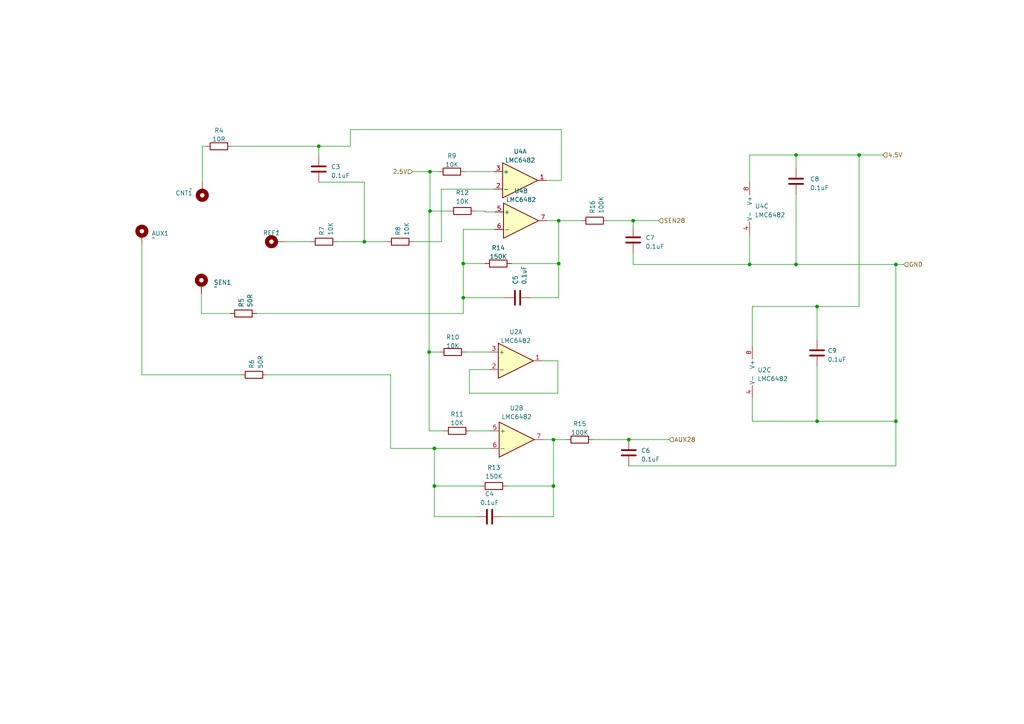
<source format=kicad_sch>
(kicad_sch (version 20230121) (generator eeschema)

  (uuid 0f7c5214-da20-496c-8411-1e4d7b263bc2)

  (paper "A4")

  (lib_symbols
    (symbol "Amplifier_Operational:LMC6482" (pin_names (offset 0.127)) (in_bom yes) (on_board yes)
      (property "Reference" "U" (at 0 5.08 0)
        (effects (font (size 1.27 1.27)) (justify left))
      )
      (property "Value" "LMC6482" (at 0 -5.08 0)
        (effects (font (size 1.27 1.27)) (justify left))
      )
      (property "Footprint" "" (at 0 0 0)
        (effects (font (size 1.27 1.27)) hide)
      )
      (property "Datasheet" "http://www.ti.com/lit/ds/symlink/lmc6482.pdf" (at 0 0 0)
        (effects (font (size 1.27 1.27)) hide)
      )
      (property "ki_locked" "" (at 0 0 0)
        (effects (font (size 1.27 1.27)))
      )
      (property "ki_keywords" "dual opamp" (at 0 0 0)
        (effects (font (size 1.27 1.27)) hide)
      )
      (property "ki_description" "Dual CMOS Rail-to-Rail Input and Output Operational Amplifier, DIP-8/SOIC-8, SSOP-8" (at 0 0 0)
        (effects (font (size 1.27 1.27)) hide)
      )
      (property "ki_fp_filters" "SOIC*3.9x4.9mm*P1.27mm* DIP*W7.62mm* TO*99* OnSemi*Micro8* TSSOP*3x3mm*P0.65mm* TSSOP*4.4x3mm*P0.65mm* MSOP*3x3mm*P0.65mm* SSOP*3.9x4.9mm*P0.635mm* LFCSP*2x2mm*P0.5mm* *SIP* SOIC*5.3x6.2mm*P1.27mm*" (at 0 0 0)
        (effects (font (size 1.27 1.27)) hide)
      )
      (symbol "LMC6482_1_1"
        (polyline
          (pts
            (xy -5.08 5.08)
            (xy 5.08 0)
            (xy -5.08 -5.08)
            (xy -5.08 5.08)
          )
          (stroke (width 0.254) (type default))
          (fill (type background))
        )
        (pin output line (at 7.62 0 180) (length 2.54)
          (name "~" (effects (font (size 1.27 1.27))))
          (number "1" (effects (font (size 1.27 1.27))))
        )
        (pin input line (at -7.62 -2.54 0) (length 2.54)
          (name "-" (effects (font (size 1.27 1.27))))
          (number "2" (effects (font (size 1.27 1.27))))
        )
        (pin input line (at -7.62 2.54 0) (length 2.54)
          (name "+" (effects (font (size 1.27 1.27))))
          (number "3" (effects (font (size 1.27 1.27))))
        )
      )
      (symbol "LMC6482_2_1"
        (polyline
          (pts
            (xy -5.08 5.08)
            (xy 5.08 0)
            (xy -5.08 -5.08)
            (xy -5.08 5.08)
          )
          (stroke (width 0.254) (type default))
          (fill (type background))
        )
        (pin input line (at -7.62 2.54 0) (length 2.54)
          (name "+" (effects (font (size 1.27 1.27))))
          (number "5" (effects (font (size 1.27 1.27))))
        )
        (pin input line (at -7.62 -2.54 0) (length 2.54)
          (name "-" (effects (font (size 1.27 1.27))))
          (number "6" (effects (font (size 1.27 1.27))))
        )
        (pin output line (at 7.62 0 180) (length 2.54)
          (name "~" (effects (font (size 1.27 1.27))))
          (number "7" (effects (font (size 1.27 1.27))))
        )
      )
      (symbol "LMC6482_3_1"
        (pin power_in line (at -2.54 -7.62 90) (length 3.81)
          (name "V-" (effects (font (size 1.27 1.27))))
          (number "4" (effects (font (size 1.27 1.27))))
        )
        (pin power_in line (at -2.54 7.62 270) (length 3.81)
          (name "V+" (effects (font (size 1.27 1.27))))
          (number "8" (effects (font (size 1.27 1.27))))
        )
      )
    )
    (symbol "Device:C" (pin_numbers hide) (pin_names (offset 0.254)) (in_bom yes) (on_board yes)
      (property "Reference" "C" (at 0.635 2.54 0)
        (effects (font (size 1.27 1.27)) (justify left))
      )
      (property "Value" "C" (at 0.635 -2.54 0)
        (effects (font (size 1.27 1.27)) (justify left))
      )
      (property "Footprint" "" (at 0.9652 -3.81 0)
        (effects (font (size 1.27 1.27)) hide)
      )
      (property "Datasheet" "~" (at 0 0 0)
        (effects (font (size 1.27 1.27)) hide)
      )
      (property "ki_keywords" "cap capacitor" (at 0 0 0)
        (effects (font (size 1.27 1.27)) hide)
      )
      (property "ki_description" "Unpolarized capacitor" (at 0 0 0)
        (effects (font (size 1.27 1.27)) hide)
      )
      (property "ki_fp_filters" "C_*" (at 0 0 0)
        (effects (font (size 1.27 1.27)) hide)
      )
      (symbol "C_0_1"
        (polyline
          (pts
            (xy -2.032 -0.762)
            (xy 2.032 -0.762)
          )
          (stroke (width 0.508) (type default))
          (fill (type none))
        )
        (polyline
          (pts
            (xy -2.032 0.762)
            (xy 2.032 0.762)
          )
          (stroke (width 0.508) (type default))
          (fill (type none))
        )
      )
      (symbol "C_1_1"
        (pin passive line (at 0 3.81 270) (length 2.794)
          (name "~" (effects (font (size 1.27 1.27))))
          (number "1" (effects (font (size 1.27 1.27))))
        )
        (pin passive line (at 0 -3.81 90) (length 2.794)
          (name "~" (effects (font (size 1.27 1.27))))
          (number "2" (effects (font (size 1.27 1.27))))
        )
      )
    )
    (symbol "Device:R" (pin_numbers hide) (pin_names (offset 0)) (in_bom yes) (on_board yes)
      (property "Reference" "R" (at 2.032 0 90)
        (effects (font (size 1.27 1.27)))
      )
      (property "Value" "R" (at 0 0 90)
        (effects (font (size 1.27 1.27)))
      )
      (property "Footprint" "" (at -1.778 0 90)
        (effects (font (size 1.27 1.27)) hide)
      )
      (property "Datasheet" "~" (at 0 0 0)
        (effects (font (size 1.27 1.27)) hide)
      )
      (property "ki_keywords" "R res resistor" (at 0 0 0)
        (effects (font (size 1.27 1.27)) hide)
      )
      (property "ki_description" "Resistor" (at 0 0 0)
        (effects (font (size 1.27 1.27)) hide)
      )
      (property "ki_fp_filters" "R_*" (at 0 0 0)
        (effects (font (size 1.27 1.27)) hide)
      )
      (symbol "R_0_1"
        (rectangle (start -1.016 -2.54) (end 1.016 2.54)
          (stroke (width 0.254) (type default))
          (fill (type none))
        )
      )
      (symbol "R_1_1"
        (pin passive line (at 0 3.81 270) (length 1.27)
          (name "~" (effects (font (size 1.27 1.27))))
          (number "1" (effects (font (size 1.27 1.27))))
        )
        (pin passive line (at 0 -3.81 90) (length 1.27)
          (name "~" (effects (font (size 1.27 1.27))))
          (number "2" (effects (font (size 1.27 1.27))))
        )
      )
    )
    (symbol "Mechanical:MountingHole_Pad" (pin_numbers hide) (pin_names (offset 1.016) hide) (in_bom yes) (on_board yes)
      (property "Reference" "H" (at 0 6.35 0)
        (effects (font (size 1.27 1.27)))
      )
      (property "Value" "MountingHole_Pad" (at 0 4.445 0)
        (effects (font (size 1.27 1.27)))
      )
      (property "Footprint" "" (at 0 0 0)
        (effects (font (size 1.27 1.27)) hide)
      )
      (property "Datasheet" "~" (at 0 0 0)
        (effects (font (size 1.27 1.27)) hide)
      )
      (property "ki_keywords" "mounting hole" (at 0 0 0)
        (effects (font (size 1.27 1.27)) hide)
      )
      (property "ki_description" "Mounting Hole with connection" (at 0 0 0)
        (effects (font (size 1.27 1.27)) hide)
      )
      (property "ki_fp_filters" "MountingHole*Pad*" (at 0 0 0)
        (effects (font (size 1.27 1.27)) hide)
      )
      (symbol "MountingHole_Pad_0_1"
        (circle (center 0 1.27) (radius 1.27)
          (stroke (width 1.27) (type default))
          (fill (type none))
        )
      )
      (symbol "MountingHole_Pad_1_1"
        (pin input line (at 0 -2.54 90) (length 2.54)
          (name "1" (effects (font (size 1.27 1.27))))
          (number "1" (effects (font (size 1.27 1.27))))
        )
      )
    )
  )

  (junction (at 134.366 76.454) (diameter 0) (color 0 0 0 0)
    (uuid 08ce01af-7706-4b40-a37b-7ff141335dcc)
  )
  (junction (at 259.842 122.174) (diameter 0) (color 0 0 0 0)
    (uuid 0bb563d2-31aa-4e36-8acf-87fd67e95d84)
  )
  (junction (at 125.984 140.97) (diameter 0) (color 0 0 0 0)
    (uuid 1dd75fef-e065-439e-b630-da640afb93ce)
  )
  (junction (at 162.052 76.454) (diameter 0) (color 0 0 0 0)
    (uuid 2a7a9101-36d3-4617-b329-b459908026cd)
  )
  (junction (at 182.372 127.508) (diameter 0) (color 0 0 0 0)
    (uuid 35cebce1-4ce7-487b-9644-785dbb1b9bde)
  )
  (junction (at 236.982 88.9) (diameter 0) (color 0 0 0 0)
    (uuid 49d48d5c-42d2-4aad-98c8-c8237f563590)
  )
  (junction (at 124.714 49.784) (diameter 0) (color 0 0 0 0)
    (uuid 5d09076a-a40d-4ce0-8c6a-9a8d9acffeb9)
  )
  (junction (at 183.642 64.008) (diameter 0) (color 0 0 0 0)
    (uuid 5d0ab430-0e40-404b-ab53-fb7aff213f7c)
  )
  (junction (at 230.886 44.958) (diameter 0) (color 0 0 0 0)
    (uuid 5f884eca-8a63-426d-9e0d-55dd23f4bf3a)
  )
  (junction (at 105.664 70.104) (diameter 0) (color 0 0 0 0)
    (uuid 63ed7b65-ec74-4d32-a4d5-28f8b2e1e2a1)
  )
  (junction (at 217.424 76.708) (diameter 0) (color 0 0 0 0)
    (uuid 666aa6ed-869c-4d4e-8ffb-8835f5e4d32e)
  )
  (junction (at 124.714 61.214) (diameter 0) (color 0 0 0 0)
    (uuid 85a64fd0-71b4-42d4-ae24-384c9960d330)
  )
  (junction (at 160.528 140.97) (diameter 0) (color 0 0 0 0)
    (uuid 9d5f896a-1992-434c-9e14-c34aa74b8070)
  )
  (junction (at 162.052 64.008) (diameter 0) (color 0 0 0 0)
    (uuid a04aa45c-b74a-4a79-baf5-0ebae330a124)
  )
  (junction (at 160.528 127.508) (diameter 0) (color 0 0 0 0)
    (uuid a3557d3f-632e-4083-a97e-28b5eecb3710)
  )
  (junction (at 124.46 102.108) (diameter 0) (color 0 0 0 0)
    (uuid a5527b7c-be19-4b11-af40-7d9df29aa147)
  )
  (junction (at 134.366 86.36) (diameter 0) (color 0 0 0 0)
    (uuid a6024556-1366-4494-8e58-70e188eaab98)
  )
  (junction (at 92.456 42.418) (diameter 0) (color 0 0 0 0)
    (uuid b79a9e71-f565-4550-bd92-fec367946a02)
  )
  (junction (at 230.886 76.708) (diameter 0) (color 0 0 0 0)
    (uuid b7dac136-3308-4cc6-abb6-9706730f8c3f)
  )
  (junction (at 236.982 122.174) (diameter 0) (color 0 0 0 0)
    (uuid cc7adc9f-66e4-4a3e-8ec3-38e9096fba18)
  )
  (junction (at 259.842 76.708) (diameter 0) (color 0 0 0 0)
    (uuid d9be3111-b38c-405d-9dfd-16679aa12e28)
  )
  (junction (at 249.174 44.958) (diameter 0) (color 0 0 0 0)
    (uuid e3eaf621-3ef2-42f6-bfb5-ecd5bb78e209)
  )
  (junction (at 125.984 130.048) (diameter 0) (color 0 0 0 0)
    (uuid eb1b6536-6980-42b4-8651-4a3c79155514)
  )

  (wire (pts (xy 128.016 54.864) (xy 128.016 70.104))
    (stroke (width 0) (type default))
    (uuid 0208a73d-b7ac-4793-bc09-f5d965bbf1dd)
  )
  (wire (pts (xy 259.842 135.128) (xy 259.842 122.174))
    (stroke (width 0) (type default))
    (uuid 04870808-dbe2-4b1c-88df-0045b2908176)
  )
  (wire (pts (xy 158.496 52.324) (xy 162.814 52.324))
    (stroke (width 0) (type default))
    (uuid 0b824a0f-1693-47c2-acde-7d742a1f5c44)
  )
  (wire (pts (xy 217.424 76.708) (xy 230.886 76.708))
    (stroke (width 0) (type default))
    (uuid 0f089274-e998-4b3a-b4f6-d3373b629904)
  )
  (wire (pts (xy 162.052 64.008) (xy 158.75 64.008))
    (stroke (width 0) (type default))
    (uuid 10141651-faac-4dca-b411-e8f4b16176d4)
  )
  (wire (pts (xy 138.176 149.86) (xy 125.984 149.86))
    (stroke (width 0) (type default))
    (uuid 119dfd11-5f4a-409b-af2b-a49a3acd3401)
  )
  (wire (pts (xy 128.016 70.104) (xy 119.888 70.104))
    (stroke (width 0) (type default))
    (uuid 14091fc5-11f9-442e-9d2d-046b309c77b9)
  )
  (wire (pts (xy 259.842 122.174) (xy 259.842 76.708))
    (stroke (width 0) (type default))
    (uuid 19d19d76-5800-4f5c-8da0-973ab0842f12)
  )
  (wire (pts (xy 157.48 127.508) (xy 160.528 127.508))
    (stroke (width 0) (type default))
    (uuid 1bc9f5da-693d-4965-9f81-af63e2f30a0b)
  )
  (wire (pts (xy 97.79 70.104) (xy 105.664 70.104))
    (stroke (width 0) (type default))
    (uuid 1cbff203-f0b1-43ef-a2a1-5af65d029d6b)
  )
  (wire (pts (xy 259.842 76.708) (xy 262.128 76.708))
    (stroke (width 0) (type default))
    (uuid 1e4ff8f9-68ae-4b4c-9390-5c65c3123a67)
  )
  (wire (pts (xy 162.052 64.008) (xy 162.052 76.454))
    (stroke (width 0) (type default))
    (uuid 1f98a5cb-891e-4a1b-b339-c3d96241dbc9)
  )
  (wire (pts (xy 162.052 86.36) (xy 162.052 76.454))
    (stroke (width 0) (type default))
    (uuid 201bc7a0-7bf2-46e1-9cf5-5cb444e185a6)
  )
  (wire (pts (xy 217.424 44.958) (xy 217.424 52.832))
    (stroke (width 0) (type default))
    (uuid 234f87f6-8adc-46f3-bc4e-eb36f9b3fd6a)
  )
  (wire (pts (xy 162.814 52.324) (xy 162.814 37.592))
    (stroke (width 0) (type default))
    (uuid 2647a510-b0b1-4b71-8324-707ab0a20c27)
  )
  (wire (pts (xy 218.186 100.33) (xy 218.186 88.9))
    (stroke (width 0) (type default))
    (uuid 28e9da81-943f-4189-841e-44d2085d1759)
  )
  (wire (pts (xy 140.716 61.214) (xy 140.716 61.468))
    (stroke (width 0) (type default))
    (uuid 29443e74-f1a1-4b9f-873f-d0fddd707a65)
  )
  (wire (pts (xy 134.874 49.784) (xy 143.256 49.784))
    (stroke (width 0) (type default))
    (uuid 2e67e0d1-13e8-49c8-bde1-957c957b366f)
  )
  (wire (pts (xy 139.446 140.97) (xy 125.984 140.97))
    (stroke (width 0) (type default))
    (uuid 2eb06c30-4957-4597-ae0d-995a588e3933)
  )
  (wire (pts (xy 236.982 106.172) (xy 236.982 122.174))
    (stroke (width 0) (type default))
    (uuid 2eb7cf58-f6e5-4540-a5a5-1546baac666c)
  )
  (wire (pts (xy 160.528 127.508) (xy 164.338 127.508))
    (stroke (width 0) (type default))
    (uuid 31384ce6-d7dd-42f8-86ea-9f444f4d0714)
  )
  (wire (pts (xy 230.886 44.958) (xy 217.424 44.958))
    (stroke (width 0) (type default))
    (uuid 342c1e06-6a18-41f2-9bcd-f080a54d58eb)
  )
  (wire (pts (xy 58.42 90.932) (xy 66.802 90.932))
    (stroke (width 0) (type default))
    (uuid 367ec7ff-20c0-457c-85b5-6a52d8240806)
  )
  (wire (pts (xy 82.55 70.104) (xy 90.17 70.104))
    (stroke (width 0) (type default))
    (uuid 3dbbdddc-b39f-4a49-b90b-4934d177b4fd)
  )
  (wire (pts (xy 183.642 73.406) (xy 183.642 76.708))
    (stroke (width 0) (type default))
    (uuid 413e1fe2-af1f-487b-8aa9-1285a5c8a6b1)
  )
  (wire (pts (xy 124.46 61.214) (xy 124.714 61.214))
    (stroke (width 0) (type default))
    (uuid 46f67ac4-0386-41cb-81fb-88fb1b7c7be2)
  )
  (wire (pts (xy 249.174 44.958) (xy 249.174 88.9))
    (stroke (width 0) (type default))
    (uuid 4c334c9d-73a7-427f-95e9-78aa0bb894c6)
  )
  (wire (pts (xy 183.642 64.008) (xy 183.642 65.786))
    (stroke (width 0) (type default))
    (uuid 502bf568-5f72-4bb0-96db-27bb1573b437)
  )
  (wire (pts (xy 136.144 107.188) (xy 141.986 107.188))
    (stroke (width 0) (type default))
    (uuid 52b49cba-3b9f-4b88-ac6b-f2055b9a35d4)
  )
  (wire (pts (xy 134.366 86.36) (xy 134.366 90.932))
    (stroke (width 0) (type default))
    (uuid 57842a85-6cb2-4b48-ba42-1c1029ea1594)
  )
  (wire (pts (xy 236.982 88.9) (xy 249.174 88.9))
    (stroke (width 0) (type default))
    (uuid 5a033fc0-54d3-4537-8ce9-1d1ae95225a2)
  )
  (wire (pts (xy 140.716 61.468) (xy 143.51 61.468))
    (stroke (width 0) (type default))
    (uuid 5bb81142-0597-44b5-bc85-f303455fb3ed)
  )
  (wire (pts (xy 153.924 86.36) (xy 162.052 86.36))
    (stroke (width 0) (type default))
    (uuid 5cffaf92-1c3c-4411-b7cb-c3b32545a6ae)
  )
  (wire (pts (xy 125.984 130.048) (xy 142.24 130.048))
    (stroke (width 0) (type default))
    (uuid 5f96f324-8f67-4747-99ba-e33f6adbed12)
  )
  (wire (pts (xy 162.814 37.592) (xy 101.6 37.592))
    (stroke (width 0) (type default))
    (uuid 684167f0-7a3f-45bc-919d-9653f9752bd7)
  )
  (wire (pts (xy 230.886 76.708) (xy 259.842 76.708))
    (stroke (width 0) (type default))
    (uuid 69f8feaa-d0b8-4600-8699-c40ae9877f56)
  )
  (wire (pts (xy 77.47 108.712) (xy 113.284 108.712))
    (stroke (width 0) (type default))
    (uuid 6ca74791-b574-4040-8afa-6b2260a3a68d)
  )
  (wire (pts (xy 74.422 90.932) (xy 134.366 90.932))
    (stroke (width 0) (type default))
    (uuid 706f8ab3-1ebe-4276-96fd-33c394ca6e56)
  )
  (wire (pts (xy 157.226 104.648) (xy 161.798 104.648))
    (stroke (width 0) (type default))
    (uuid 736930b9-e60b-4804-8a37-5e06c22e9a0d)
  )
  (wire (pts (xy 218.186 88.9) (xy 236.982 88.9))
    (stroke (width 0) (type default))
    (uuid 74ccea90-78e9-494d-9ebe-0704df8075ba)
  )
  (wire (pts (xy 92.456 42.418) (xy 92.456 45.212))
    (stroke (width 0) (type default))
    (uuid 750f3c71-78e1-4162-9973-e751cbed303f)
  )
  (wire (pts (xy 125.984 140.97) (xy 125.984 130.048))
    (stroke (width 0) (type default))
    (uuid 75701978-22d8-4f55-8480-2f2f3114fd75)
  )
  (wire (pts (xy 230.886 44.958) (xy 230.886 48.768))
    (stroke (width 0) (type default))
    (uuid 78a21f44-78ac-49a6-b403-2cec90f4c8ba)
  )
  (wire (pts (xy 58.42 85.09) (xy 58.42 90.932))
    (stroke (width 0) (type default))
    (uuid 79da518c-e818-4cb5-8975-3e9057e32921)
  )
  (wire (pts (xy 105.664 52.832) (xy 105.664 70.104))
    (stroke (width 0) (type default))
    (uuid 7a46af92-ffef-48fc-afe3-addcbf7eba32)
  )
  (wire (pts (xy 136.144 114.046) (xy 136.144 107.188))
    (stroke (width 0) (type default))
    (uuid 7a526c66-6984-4a62-ace7-89f2067e4cb1)
  )
  (wire (pts (xy 41.148 70.866) (xy 41.148 108.712))
    (stroke (width 0) (type default))
    (uuid 815e88c8-fc40-485f-8bea-e67729ed0428)
  )
  (wire (pts (xy 140.716 76.454) (xy 134.366 76.454))
    (stroke (width 0) (type default))
    (uuid 82342092-cb25-443b-81a5-34ace81ed614)
  )
  (wire (pts (xy 113.284 108.712) (xy 113.284 130.048))
    (stroke (width 0) (type default))
    (uuid 84570ad0-0acb-4d9d-9d20-9e3eb0a1263c)
  )
  (wire (pts (xy 171.958 127.508) (xy 182.372 127.508))
    (stroke (width 0) (type default))
    (uuid 851ccd7c-ce6d-4bb7-a8f9-bb8200036be6)
  )
  (wire (pts (xy 134.366 86.36) (xy 146.304 86.36))
    (stroke (width 0) (type default))
    (uuid 851ce1a4-4fa1-4e0c-b828-606c5ba5668c)
  )
  (wire (pts (xy 147.066 140.97) (xy 160.528 140.97))
    (stroke (width 0) (type default))
    (uuid 86783b8e-e9b4-4e37-afa1-daa403ba5bef)
  )
  (wire (pts (xy 194.056 127.508) (xy 182.372 127.508))
    (stroke (width 0) (type default))
    (uuid 881a995b-f110-41df-a024-50e1c330e90c)
  )
  (wire (pts (xy 183.642 76.708) (xy 217.424 76.708))
    (stroke (width 0) (type default))
    (uuid 8ce04414-a1e1-4874-8ede-520d5f19eacb)
  )
  (wire (pts (xy 161.798 104.648) (xy 161.798 114.046))
    (stroke (width 0) (type default))
    (uuid 8d1c0d9a-72f9-4d2a-85a6-e823f8b240c2)
  )
  (wire (pts (xy 130.302 61.214) (xy 124.714 61.214))
    (stroke (width 0) (type default))
    (uuid 8e42cd2e-1b5a-4c8c-9a64-79879183640d)
  )
  (wire (pts (xy 119.634 49.784) (xy 124.714 49.784))
    (stroke (width 0) (type default))
    (uuid 906630c7-703e-4694-99d9-96713dbc4490)
  )
  (wire (pts (xy 230.886 56.388) (xy 230.886 76.708))
    (stroke (width 0) (type default))
    (uuid 994414ca-61ed-4113-8c3e-310c6477e96b)
  )
  (wire (pts (xy 217.424 76.708) (xy 217.424 68.072))
    (stroke (width 0) (type default))
    (uuid 9a5ded63-b7aa-498a-847d-44d769b72439)
  )
  (wire (pts (xy 128.778 124.968) (xy 124.46 124.968))
    (stroke (width 0) (type default))
    (uuid a006ec1d-e3ab-4b68-9116-0c6eeab7518f)
  )
  (wire (pts (xy 148.336 76.454) (xy 162.052 76.454))
    (stroke (width 0) (type default))
    (uuid a5b7e78a-86d2-4951-a6fc-c577dd13b668)
  )
  (wire (pts (xy 124.714 49.784) (xy 127.254 49.784))
    (stroke (width 0) (type default))
    (uuid a681d648-997b-4596-9563-bc557df4ba78)
  )
  (wire (pts (xy 124.46 124.968) (xy 124.46 102.108))
    (stroke (width 0) (type default))
    (uuid a8954dea-5e7a-49d5-ac84-530d91b5a557)
  )
  (wire (pts (xy 124.46 61.214) (xy 124.46 102.108))
    (stroke (width 0) (type default))
    (uuid a9553bd4-bb45-44b5-ab39-04bb9a71246a)
  )
  (wire (pts (xy 134.366 66.548) (xy 143.51 66.548))
    (stroke (width 0) (type default))
    (uuid a98a220a-ac24-444e-a006-2200d725f289)
  )
  (wire (pts (xy 249.174 44.958) (xy 230.886 44.958))
    (stroke (width 0) (type default))
    (uuid b02f8c0e-cb7e-4d7a-8a10-6722432a5361)
  )
  (wire (pts (xy 101.6 37.592) (xy 101.6 42.418))
    (stroke (width 0) (type default))
    (uuid b0545491-ae14-425d-a0f8-a03c19e0cce9)
  )
  (wire (pts (xy 124.714 61.214) (xy 124.714 49.784))
    (stroke (width 0) (type default))
    (uuid b6e3b68b-c70e-442a-8141-1d10d429cb88)
  )
  (wire (pts (xy 145.796 149.86) (xy 160.528 149.86))
    (stroke (width 0) (type default))
    (uuid b71ebfff-dcec-4f65-ae88-47a9471f16d9)
  )
  (wire (pts (xy 41.148 108.712) (xy 69.85 108.712))
    (stroke (width 0) (type default))
    (uuid bc7b8ac8-34c2-49d2-b81f-560cded301fa)
  )
  (wire (pts (xy 160.528 140.97) (xy 160.528 127.508))
    (stroke (width 0) (type default))
    (uuid bd75e5dc-3937-4e95-84d9-4f17fc0e985e)
  )
  (wire (pts (xy 143.256 54.864) (xy 128.016 54.864))
    (stroke (width 0) (type default))
    (uuid bfe1fe09-2d18-4a36-95fb-83f681d015ec)
  )
  (wire (pts (xy 191.008 64.008) (xy 183.642 64.008))
    (stroke (width 0) (type default))
    (uuid c10d90b6-55e3-4b34-8e6f-3f8197ac1414)
  )
  (wire (pts (xy 67.31 42.418) (xy 92.456 42.418))
    (stroke (width 0) (type default))
    (uuid c1cd8125-03b8-48eb-a326-d6a507a4f70f)
  )
  (wire (pts (xy 101.6 42.418) (xy 92.456 42.418))
    (stroke (width 0) (type default))
    (uuid c2bdb683-e3e3-4af8-8851-e5715ccb16d5)
  )
  (wire (pts (xy 58.674 42.418) (xy 59.69 42.418))
    (stroke (width 0) (type default))
    (uuid c95ba28f-17f5-47af-b699-9ab4bb4c6ad4)
  )
  (wire (pts (xy 176.276 64.008) (xy 183.642 64.008))
    (stroke (width 0) (type default))
    (uuid ca63aacc-8b96-41aa-8f98-b8a921726baf)
  )
  (wire (pts (xy 92.456 52.832) (xy 105.664 52.832))
    (stroke (width 0) (type default))
    (uuid cac70d00-f8de-4d36-9451-50e514418834)
  )
  (wire (pts (xy 160.528 149.86) (xy 160.528 140.97))
    (stroke (width 0) (type default))
    (uuid d2bc0e27-8368-40b9-83e8-f9e842766898)
  )
  (wire (pts (xy 256.032 44.958) (xy 249.174 44.958))
    (stroke (width 0) (type default))
    (uuid d55ab90c-eea6-4b48-913c-b09370e58fef)
  )
  (wire (pts (xy 161.798 114.046) (xy 136.144 114.046))
    (stroke (width 0) (type default))
    (uuid dba00cfa-1b8a-4082-926d-a460370f47e7)
  )
  (wire (pts (xy 136.398 124.968) (xy 142.24 124.968))
    (stroke (width 0) (type default))
    (uuid dba88758-738b-45d8-8a26-4cb0b5a2ccba)
  )
  (wire (pts (xy 125.984 149.86) (xy 125.984 140.97))
    (stroke (width 0) (type default))
    (uuid dd39631d-cf19-4bcc-91d4-54c3f9e0c506)
  )
  (wire (pts (xy 137.922 61.214) (xy 140.716 61.214))
    (stroke (width 0) (type default))
    (uuid e057e807-029f-488a-9e69-4adde40b8206)
  )
  (wire (pts (xy 236.982 122.174) (xy 259.842 122.174))
    (stroke (width 0) (type default))
    (uuid e3d68cf8-73a2-48ab-8043-d361c50b7072)
  )
  (wire (pts (xy 218.186 122.174) (xy 236.982 122.174))
    (stroke (width 0) (type default))
    (uuid e53e1b31-b751-4f78-bc85-5454f78710d6)
  )
  (wire (pts (xy 182.372 135.128) (xy 259.842 135.128))
    (stroke (width 0) (type default))
    (uuid e69bd932-1c6e-4ef5-befa-6a60d78887fc)
  )
  (wire (pts (xy 218.186 115.57) (xy 218.186 122.174))
    (stroke (width 0) (type default))
    (uuid e72d947f-c91f-423d-a046-2fb60bc486f5)
  )
  (wire (pts (xy 105.664 70.104) (xy 112.268 70.104))
    (stroke (width 0) (type default))
    (uuid e7cdee09-d573-4aba-b50e-32a853a21cd8)
  )
  (wire (pts (xy 127.508 102.108) (xy 124.46 102.108))
    (stroke (width 0) (type default))
    (uuid e8f5c0a5-4b7b-4a3d-bed4-176d5227b720)
  )
  (wire (pts (xy 135.128 102.108) (xy 141.986 102.108))
    (stroke (width 0) (type default))
    (uuid e91e9e47-4cba-4860-851d-607a8b02f7d1)
  )
  (wire (pts (xy 168.656 64.008) (xy 162.052 64.008))
    (stroke (width 0) (type default))
    (uuid ea4d601d-d565-48f3-9e4d-9d9580668cdd)
  )
  (wire (pts (xy 134.366 76.454) (xy 134.366 86.36))
    (stroke (width 0) (type default))
    (uuid eadcb3f4-fe8b-4736-bd54-51a4dbaea7dc)
  )
  (wire (pts (xy 236.982 98.552) (xy 236.982 88.9))
    (stroke (width 0) (type default))
    (uuid f8cf8342-af16-42c3-b823-b137fb019847)
  )
  (wire (pts (xy 113.284 130.048) (xy 125.984 130.048))
    (stroke (width 0) (type default))
    (uuid fb902b77-4308-4146-acd9-37b3d33b2085)
  )
  (wire (pts (xy 134.366 66.548) (xy 134.366 76.454))
    (stroke (width 0) (type default))
    (uuid fc1be4c4-cf38-440b-8a0d-0be3f220d63e)
  )
  (wire (pts (xy 58.674 42.418) (xy 58.674 52.832))
    (stroke (width 0) (type default))
    (uuid ff36f652-6a29-431b-a327-b180a647aef6)
  )

  (hierarchical_label "AUX28" (shape input) (at 194.056 127.508 0) (fields_autoplaced)
    (effects (font (size 1.27 1.27)) (justify left))
    (uuid 40f8ed30-0804-4237-85bb-93045903e486)
  )
  (hierarchical_label "4.5V" (shape input) (at 256.032 44.958 0) (fields_autoplaced)
    (effects (font (size 1.27 1.27)) (justify left))
    (uuid 555c579a-c986-4c7e-a7e0-5549a2b2a8ff)
  )
  (hierarchical_label "2.5V" (shape input) (at 119.634 49.784 180) (fields_autoplaced)
    (effects (font (size 1.27 1.27)) (justify right))
    (uuid b56698c4-dabf-442b-a7b6-6632289c7370)
  )
  (hierarchical_label "GND" (shape input) (at 262.128 76.708 0) (fields_autoplaced)
    (effects (font (size 1.27 1.27)) (justify left))
    (uuid cf16b23e-5cf1-4d91-9245-7437dc59dc54)
  )
  (hierarchical_label "SEN28" (shape input) (at 191.008 64.008 0) (fields_autoplaced)
    (effects (font (size 1.27 1.27)) (justify left))
    (uuid fdc89359-4607-440d-ac88-f841bdcc29f1)
  )

  (symbol (lib_id "Device:R") (at 131.064 49.784 90) (unit 1)
    (in_bom yes) (on_board yes) (dnp no) (fields_autoplaced)
    (uuid 01d3340e-15d6-4d68-9046-9b3dc8c2f6b1)
    (property "Reference" "R9" (at 131.064 45.212 90)
      (effects (font (size 1.27 1.27)))
    )
    (property "Value" "10K" (at 131.064 47.752 90)
      (effects (font (size 1.27 1.27)))
    )
    (property "Footprint" "Resistor_SMD:R_0402_1005Metric" (at 131.064 51.562 90)
      (effects (font (size 1.27 1.27)) hide)
    )
    (property "Datasheet" "~" (at 131.064 49.784 0)
      (effects (font (size 1.27 1.27)) hide)
    )
    (pin "1" (uuid a936e75a-3089-4372-b3f0-6211844fd4f0))
    (pin "2" (uuid e02b6d9a-2e9d-4eb3-b9c7-39449d7f38d6))
    (instances
      (project "Air quality project"
        (path "/67b6672b-0c15-41a5-a844-17aa721018b8/e2c83066-cae4-4a4f-a05c-59cf4d457446"
          (reference "R9") (unit 1)
        )
        (path "/67b6672b-0c15-41a5-a844-17aa721018b8/be65ffb6-5f15-4847-ab99-a8924076e9fe"
          (reference "R44") (unit 1)
        )
        (path "/67b6672b-0c15-41a5-a844-17aa721018b8/88e6a393-8413-4d2c-bcee-bc575772c393"
          (reference "R334") (unit 1)
        )
      )
    )
  )

  (symbol (lib_id "Device:R") (at 70.612 90.932 90) (unit 1)
    (in_bom yes) (on_board yes) (dnp no)
    (uuid 0f9d8a5d-67e7-4d92-8ee4-8286989ddacc)
    (property "Reference" "R5" (at 69.977 89.154 0)
      (effects (font (size 1.27 1.27)) (justify left))
    )
    (property "Value" "50R" (at 72.517 89.154 0)
      (effects (font (size 1.27 1.27)) (justify left))
    )
    (property "Footprint" "Resistor_SMD:R_0402_1005Metric" (at 70.612 92.71 90)
      (effects (font (size 1.27 1.27)) hide)
    )
    (property "Datasheet" "~" (at 70.612 90.932 0)
      (effects (font (size 1.27 1.27)) hide)
    )
    (pin "1" (uuid 33de0b46-e6c0-4f08-a7f3-096173ff4808))
    (pin "2" (uuid c5e631c0-12bd-4034-9d34-5b378581500e))
    (instances
      (project "Air quality project"
        (path "/67b6672b-0c15-41a5-a844-17aa721018b8/e2c83066-cae4-4a4f-a05c-59cf4d457446"
          (reference "R5") (unit 1)
        )
        (path "/67b6672b-0c15-41a5-a844-17aa721018b8/be65ffb6-5f15-4847-ab99-a8924076e9fe"
          (reference "R24") (unit 1)
        )
        (path "/67b6672b-0c15-41a5-a844-17aa721018b8/88e6a393-8413-4d2c-bcee-bc575772c393"
          (reference "R317") (unit 1)
        )
      )
    )
  )

  (symbol (lib_id "Device:C") (at 141.986 149.86 90) (unit 1)
    (in_bom yes) (on_board yes) (dnp no) (fields_autoplaced)
    (uuid 11783212-bf10-4eec-a9d1-a67df2357f5f)
    (property "Reference" "C4" (at 141.986 143.256 90)
      (effects (font (size 1.27 1.27)))
    )
    (property "Value" "0.1uF" (at 141.986 145.796 90)
      (effects (font (size 1.27 1.27)))
    )
    (property "Footprint" "Capacitor_SMD:C_01005_0402Metric" (at 145.796 148.8948 0)
      (effects (font (size 1.27 1.27)) hide)
    )
    (property "Datasheet" "~" (at 141.986 149.86 0)
      (effects (font (size 1.27 1.27)) hide)
    )
    (pin "1" (uuid d15ea383-36f6-4e9c-bc22-21654fd8d0f6))
    (pin "2" (uuid 8888a551-65a8-4a89-b278-50c5b7ba17d5))
    (instances
      (project "Air quality project"
        (path "/67b6672b-0c15-41a5-a844-17aa721018b8/e2c83066-cae4-4a4f-a05c-59cf4d457446"
          (reference "C4") (unit 1)
        )
        (path "/67b6672b-0c15-41a5-a844-17aa721018b8/be65ffb6-5f15-4847-ab99-a8924076e9fe"
          (reference "C34") (unit 1)
        )
        (path "/67b6672b-0c15-41a5-a844-17aa721018b8/88e6a393-8413-4d2c-bcee-bc575772c393"
          (reference "C172") (unit 1)
        )
      )
    )
  )

  (symbol (lib_id "Device:R") (at 93.98 70.104 90) (unit 1)
    (in_bom yes) (on_board yes) (dnp no)
    (uuid 1ba4aff3-5ca8-48c9-8b87-b65734c91acc)
    (property "Reference" "R7" (at 93.345 68.326 0)
      (effects (font (size 1.27 1.27)) (justify left))
    )
    (property "Value" "10K" (at 95.885 68.326 0)
      (effects (font (size 1.27 1.27)) (justify left))
    )
    (property "Footprint" "Resistor_SMD:R_0402_1005Metric" (at 93.98 71.882 90)
      (effects (font (size 1.27 1.27)) hide)
    )
    (property "Datasheet" "~" (at 93.98 70.104 0)
      (effects (font (size 1.27 1.27)) hide)
    )
    (pin "1" (uuid 7984b931-a584-4a3b-8d1d-bffc2c986413))
    (pin "2" (uuid 4e3fed54-8483-4eee-9a3c-67e35f642665))
    (instances
      (project "Air quality project"
        (path "/67b6672b-0c15-41a5-a844-17aa721018b8/e2c83066-cae4-4a4f-a05c-59cf4d457446"
          (reference "R7") (unit 1)
        )
        (path "/67b6672b-0c15-41a5-a844-17aa721018b8/be65ffb6-5f15-4847-ab99-a8924076e9fe"
          (reference "R34") (unit 1)
        )
        (path "/67b6672b-0c15-41a5-a844-17aa721018b8/88e6a393-8413-4d2c-bcee-bc575772c393"
          (reference "R332") (unit 1)
        )
      )
    )
  )

  (symbol (lib_id "Device:R") (at 168.148 127.508 90) (unit 1)
    (in_bom yes) (on_board yes) (dnp no) (fields_autoplaced)
    (uuid 33b614e2-ce18-48b2-90a8-cb0285f93965)
    (property "Reference" "R15" (at 168.148 122.936 90)
      (effects (font (size 1.27 1.27)))
    )
    (property "Value" "100K" (at 168.148 125.476 90)
      (effects (font (size 1.27 1.27)))
    )
    (property "Footprint" "Resistor_SMD:R_0402_1005Metric" (at 168.148 129.286 90)
      (effects (font (size 1.27 1.27)) hide)
    )
    (property "Datasheet" "~" (at 168.148 127.508 0)
      (effects (font (size 1.27 1.27)) hide)
    )
    (pin "1" (uuid ac7052af-3a39-45f8-a82a-8f40c1c4cc5a))
    (pin "2" (uuid 5cbabce1-2fe5-498d-8bf7-1721caaa7f33))
    (instances
      (project "Air quality project"
        (path "/67b6672b-0c15-41a5-a844-17aa721018b8/e2c83066-cae4-4a4f-a05c-59cf4d457446"
          (reference "R15") (unit 1)
        )
        (path "/67b6672b-0c15-41a5-a844-17aa721018b8/be65ffb6-5f15-4847-ab99-a8924076e9fe"
          (reference "R70") (unit 1)
        )
        (path "/67b6672b-0c15-41a5-a844-17aa721018b8/88e6a393-8413-4d2c-bcee-bc575772c393"
          (reference "R340") (unit 1)
        )
      )
    )
  )

  (symbol (lib_id "Device:C") (at 92.456 49.022 0) (unit 1)
    (in_bom yes) (on_board yes) (dnp no) (fields_autoplaced)
    (uuid 34a6f52d-e28f-47dd-9c06-34edfea7ffd7)
    (property "Reference" "C3" (at 96.012 48.387 0)
      (effects (font (size 1.27 1.27)) (justify left))
    )
    (property "Value" "0.1uF" (at 96.012 50.927 0)
      (effects (font (size 1.27 1.27)) (justify left))
    )
    (property "Footprint" "Capacitor_SMD:C_01005_0402Metric" (at 93.4212 52.832 0)
      (effects (font (size 1.27 1.27)) hide)
    )
    (property "Datasheet" "~" (at 92.456 49.022 0)
      (effects (font (size 1.27 1.27)) hide)
    )
    (pin "1" (uuid e857eb65-ab4a-455c-b582-99ecb935c86f))
    (pin "2" (uuid f2f6cd79-2b42-4ab7-acc6-c2e1b2fe9ca4))
    (instances
      (project "Air quality project"
        (path "/67b6672b-0c15-41a5-a844-17aa721018b8/e2c83066-cae4-4a4f-a05c-59cf4d457446"
          (reference "C3") (unit 1)
        )
        (path "/67b6672b-0c15-41a5-a844-17aa721018b8/be65ffb6-5f15-4847-ab99-a8924076e9fe"
          (reference "C13") (unit 1)
        )
        (path "/67b6672b-0c15-41a5-a844-17aa721018b8/88e6a393-8413-4d2c-bcee-bc575772c393"
          (reference "C171") (unit 1)
        )
      )
    )
  )

  (symbol (lib_id "Device:R") (at 172.466 64.008 90) (unit 1)
    (in_bom yes) (on_board yes) (dnp no)
    (uuid 376a5130-1e67-4ffc-acd9-03ed6a5b96a0)
    (property "Reference" "R16" (at 171.831 61.976 0)
      (effects (font (size 1.27 1.27)) (justify left))
    )
    (property "Value" "100K" (at 174.371 61.976 0)
      (effects (font (size 1.27 1.27)) (justify left))
    )
    (property "Footprint" "Resistor_SMD:R_0402_1005Metric" (at 172.466 65.786 90)
      (effects (font (size 1.27 1.27)) hide)
    )
    (property "Datasheet" "~" (at 172.466 64.008 0)
      (effects (font (size 1.27 1.27)) hide)
    )
    (pin "1" (uuid 04bd7064-fd22-4508-b178-9cc18f5ccbcd))
    (pin "2" (uuid c1b0529a-fd15-43c7-9302-6c6b2432238d))
    (instances
      (project "Air quality project"
        (path "/67b6672b-0c15-41a5-a844-17aa721018b8/e2c83066-cae4-4a4f-a05c-59cf4d457446"
          (reference "R16") (unit 1)
        )
        (path "/67b6672b-0c15-41a5-a844-17aa721018b8/be65ffb6-5f15-4847-ab99-a8924076e9fe"
          (reference "R71") (unit 1)
        )
        (path "/67b6672b-0c15-41a5-a844-17aa721018b8/88e6a393-8413-4d2c-bcee-bc575772c393"
          (reference "R341") (unit 1)
        )
      )
    )
  )

  (symbol (lib_id "Device:C") (at 230.886 52.578 0) (unit 1)
    (in_bom yes) (on_board yes) (dnp no) (fields_autoplaced)
    (uuid 3a3a8f17-f2be-4640-a410-8ddfb480402f)
    (property "Reference" "C8" (at 234.95 51.943 0)
      (effects (font (size 1.27 1.27)) (justify left))
    )
    (property "Value" "0.1uF" (at 234.95 54.483 0)
      (effects (font (size 1.27 1.27)) (justify left))
    )
    (property "Footprint" "Capacitor_SMD:C_01005_0402Metric" (at 231.8512 56.388 0)
      (effects (font (size 1.27 1.27)) hide)
    )
    (property "Datasheet" "~" (at 230.886 52.578 0)
      (effects (font (size 1.27 1.27)) hide)
    )
    (pin "1" (uuid 509810a1-c5a6-48fe-bb70-b2ea15de4aa6))
    (pin "2" (uuid 39ea2e19-7c08-40a3-bdac-b80c0913a068))
    (instances
      (project "Air quality project"
        (path "/67b6672b-0c15-41a5-a844-17aa721018b8/e2c83066-cae4-4a4f-a05c-59cf4d457446"
          (reference "C8") (unit 1)
        )
        (path "/67b6672b-0c15-41a5-a844-17aa721018b8/be65ffb6-5f15-4847-ab99-a8924076e9fe"
          (reference "C38") (unit 1)
        )
        (path "/67b6672b-0c15-41a5-a844-17aa721018b8/88e6a393-8413-4d2c-bcee-bc575772c393"
          (reference "C183") (unit 1)
        )
      )
    )
  )

  (symbol (lib_id "Mechanical:MountingHole_Pad") (at 41.148 68.326 0) (unit 1)
    (in_bom yes) (on_board yes) (dnp no)
    (uuid 3d054268-6145-48c4-a812-f1d087185b15)
    (property "Reference" "AUX1" (at 43.942 67.691 0)
      (effects (font (size 1.27 1.27)) (justify left))
    )
    (property "Value" "~" (at 43.942 68.961 0)
      (effects (font (size 1.27 1.27)) (justify left))
    )
    (property "Footprint" "MountingHole:MountingHole_2.7mm_Pad" (at 41.148 68.326 0)
      (effects (font (size 1.27 1.27)) hide)
    )
    (property "Datasheet" "~" (at 41.148 68.326 0)
      (effects (font (size 1.27 1.27)) hide)
    )
    (pin "1" (uuid f25450f7-895e-4b55-aad2-8889232754b7))
    (instances
      (project "Air quality project"
        (path "/67b6672b-0c15-41a5-a844-17aa721018b8/e2c83066-cae4-4a4f-a05c-59cf4d457446"
          (reference "AUX1") (unit 1)
        )
        (path "/67b6672b-0c15-41a5-a844-17aa721018b8/be65ffb6-5f15-4847-ab99-a8924076e9fe"
          (reference "AUX2") (unit 1)
        )
        (path "/67b6672b-0c15-41a5-a844-17aa721018b8/88e6a393-8413-4d2c-bcee-bc575772c393"
          (reference "AUX28") (unit 1)
        )
      )
    )
  )

  (symbol (lib_id "Device:R") (at 144.526 76.454 90) (unit 1)
    (in_bom yes) (on_board yes) (dnp no) (fields_autoplaced)
    (uuid 3d6888cf-2ac9-4b29-9b57-118a54b6b098)
    (property "Reference" "R14" (at 144.526 71.882 90)
      (effects (font (size 1.27 1.27)))
    )
    (property "Value" "150K" (at 144.526 74.422 90)
      (effects (font (size 1.27 1.27)))
    )
    (property "Footprint" "Resistor_SMD:R_0402_1005Metric" (at 144.526 78.232 90)
      (effects (font (size 1.27 1.27)) hide)
    )
    (property "Datasheet" "~" (at 144.526 76.454 0)
      (effects (font (size 1.27 1.27)) hide)
    )
    (pin "1" (uuid e633e71b-db4e-4873-9696-82286e40724b))
    (pin "2" (uuid 4de998eb-6fad-4151-a432-14eaf09505c1))
    (instances
      (project "Air quality project"
        (path "/67b6672b-0c15-41a5-a844-17aa721018b8/e2c83066-cae4-4a4f-a05c-59cf4d457446"
          (reference "R14") (unit 1)
        )
        (path "/67b6672b-0c15-41a5-a844-17aa721018b8/be65ffb6-5f15-4847-ab99-a8924076e9fe"
          (reference "R69") (unit 1)
        )
        (path "/67b6672b-0c15-41a5-a844-17aa721018b8/88e6a393-8413-4d2c-bcee-bc575772c393"
          (reference "R339") (unit 1)
        )
      )
    )
  )

  (symbol (lib_id "Device:R") (at 134.112 61.214 90) (unit 1)
    (in_bom yes) (on_board yes) (dnp no) (fields_autoplaced)
    (uuid 544ffbae-93af-49c8-a500-d8e17dda791c)
    (property "Reference" "R12" (at 134.112 55.88 90)
      (effects (font (size 1.27 1.27)))
    )
    (property "Value" "10K" (at 134.112 58.42 90)
      (effects (font (size 1.27 1.27)))
    )
    (property "Footprint" "Resistor_SMD:R_0402_1005Metric" (at 134.112 62.992 90)
      (effects (font (size 1.27 1.27)) hide)
    )
    (property "Datasheet" "~" (at 134.112 61.214 0)
      (effects (font (size 1.27 1.27)) hide)
    )
    (pin "1" (uuid 60ff7645-4b9c-4531-9932-4aadbf466f59))
    (pin "2" (uuid b88cd341-e8c3-4c25-9eeb-c0123d216194))
    (instances
      (project "Air quality project"
        (path "/67b6672b-0c15-41a5-a844-17aa721018b8/e2c83066-cae4-4a4f-a05c-59cf4d457446"
          (reference "R12") (unit 1)
        )
        (path "/67b6672b-0c15-41a5-a844-17aa721018b8/be65ffb6-5f15-4847-ab99-a8924076e9fe"
          (reference "R59") (unit 1)
        )
        (path "/67b6672b-0c15-41a5-a844-17aa721018b8/88e6a393-8413-4d2c-bcee-bc575772c393"
          (reference "R337") (unit 1)
        )
      )
    )
  )

  (symbol (lib_id "Mechanical:MountingHole_Pad") (at 80.01 70.104 90) (unit 1)
    (in_bom yes) (on_board yes) (dnp no) (fields_autoplaced)
    (uuid 571b2428-03c8-4bdf-a505-8245a58a4336)
    (property "Reference" "REF1" (at 78.74 67.564 90)
      (effects (font (size 1.27 1.27)))
    )
    (property "Value" "~" (at 80.645 67.564 0)
      (effects (font (size 1.27 1.27)) (justify left))
    )
    (property "Footprint" "MountingHole:MountingHole_2.7mm_Pad" (at 80.01 70.104 0)
      (effects (font (size 1.27 1.27)) hide)
    )
    (property "Datasheet" "~" (at 80.01 70.104 0)
      (effects (font (size 1.27 1.27)) hide)
    )
    (pin "1" (uuid 415a1ac5-e4ad-483c-8944-eddc1d5cbba1))
    (instances
      (project "Air quality project"
        (path "/67b6672b-0c15-41a5-a844-17aa721018b8/e2c83066-cae4-4a4f-a05c-59cf4d457446"
          (reference "REF1") (unit 1)
        )
        (path "/67b6672b-0c15-41a5-a844-17aa721018b8/be65ffb6-5f15-4847-ab99-a8924076e9fe"
          (reference "REF2") (unit 1)
        )
        (path "/67b6672b-0c15-41a5-a844-17aa721018b8/88e6a393-8413-4d2c-bcee-bc575772c393"
          (reference "REF28") (unit 1)
        )
      )
    )
  )

  (symbol (lib_id "Device:C") (at 150.114 86.36 90) (unit 1)
    (in_bom yes) (on_board yes) (dnp no)
    (uuid 5a63d538-3f0b-4ce2-ba1a-b499be35c459)
    (property "Reference" "C5" (at 149.479 82.55 0)
      (effects (font (size 1.27 1.27)) (justify left))
    )
    (property "Value" "0.1uF" (at 152.019 82.55 0)
      (effects (font (size 1.27 1.27)) (justify left))
    )
    (property "Footprint" "Capacitor_SMD:C_01005_0402Metric" (at 153.924 85.3948 0)
      (effects (font (size 1.27 1.27)) hide)
    )
    (property "Datasheet" "~" (at 150.114 86.36 0)
      (effects (font (size 1.27 1.27)) hide)
    )
    (pin "1" (uuid 80fcbe76-8298-42ee-85f9-6d7a4f1b4b49))
    (pin "2" (uuid 4a00fb9a-082e-4fcf-8468-ccd5f524b8e1))
    (instances
      (project "Air quality project"
        (path "/67b6672b-0c15-41a5-a844-17aa721018b8/e2c83066-cae4-4a4f-a05c-59cf4d457446"
          (reference "C5") (unit 1)
        )
        (path "/67b6672b-0c15-41a5-a844-17aa721018b8/be65ffb6-5f15-4847-ab99-a8924076e9fe"
          (reference "C35") (unit 1)
        )
        (path "/67b6672b-0c15-41a5-a844-17aa721018b8/88e6a393-8413-4d2c-bcee-bc575772c393"
          (reference "C180") (unit 1)
        )
      )
    )
  )

  (symbol (lib_id "Device:R") (at 143.256 140.97 90) (unit 1)
    (in_bom yes) (on_board yes) (dnp no) (fields_autoplaced)
    (uuid 5b013227-0ab6-41e5-adbd-b95405948b1a)
    (property "Reference" "R13" (at 143.256 135.636 90)
      (effects (font (size 1.27 1.27)))
    )
    (property "Value" "150K" (at 143.256 138.176 90)
      (effects (font (size 1.27 1.27)))
    )
    (property "Footprint" "Resistor_SMD:R_0402_1005Metric" (at 143.256 142.748 90)
      (effects (font (size 1.27 1.27)) hide)
    )
    (property "Datasheet" "~" (at 143.256 140.97 0)
      (effects (font (size 1.27 1.27)) hide)
    )
    (pin "1" (uuid 849527f4-affc-41de-b025-c494d4098227))
    (pin "2" (uuid 3553c54a-b763-4838-9d4a-e47d0df4ba46))
    (instances
      (project "Air quality project"
        (path "/67b6672b-0c15-41a5-a844-17aa721018b8/e2c83066-cae4-4a4f-a05c-59cf4d457446"
          (reference "R13") (unit 1)
        )
        (path "/67b6672b-0c15-41a5-a844-17aa721018b8/be65ffb6-5f15-4847-ab99-a8924076e9fe"
          (reference "R64") (unit 1)
        )
        (path "/67b6672b-0c15-41a5-a844-17aa721018b8/88e6a393-8413-4d2c-bcee-bc575772c393"
          (reference "R338") (unit 1)
        )
      )
    )
  )

  (symbol (lib_id "Device:R") (at 131.318 102.108 90) (unit 1)
    (in_bom yes) (on_board yes) (dnp no) (fields_autoplaced)
    (uuid 6c7643ee-c119-4d97-a882-e5497d6e065b)
    (property "Reference" "R10" (at 131.318 97.79 90)
      (effects (font (size 1.27 1.27)))
    )
    (property "Value" "10K" (at 131.318 100.33 90)
      (effects (font (size 1.27 1.27)))
    )
    (property "Footprint" "Resistor_SMD:R_0402_1005Metric" (at 131.318 103.886 90)
      (effects (font (size 1.27 1.27)) hide)
    )
    (property "Datasheet" "~" (at 131.318 102.108 0)
      (effects (font (size 1.27 1.27)) hide)
    )
    (pin "1" (uuid 9f7638b3-40a9-49a5-b2f4-55e5b0c94fd9))
    (pin "2" (uuid e40a7088-c153-490a-b9e4-8cf327341e5a))
    (instances
      (project "Air quality project"
        (path "/67b6672b-0c15-41a5-a844-17aa721018b8/e2c83066-cae4-4a4f-a05c-59cf4d457446"
          (reference "R10") (unit 1)
        )
        (path "/67b6672b-0c15-41a5-a844-17aa721018b8/be65ffb6-5f15-4847-ab99-a8924076e9fe"
          (reference "R49") (unit 1)
        )
        (path "/67b6672b-0c15-41a5-a844-17aa721018b8/88e6a393-8413-4d2c-bcee-bc575772c393"
          (reference "R335") (unit 1)
        )
      )
    )
  )

  (symbol (lib_id "Amplifier_Operational:LMC6482") (at 220.726 107.95 0) (unit 3)
    (in_bom yes) (on_board yes) (dnp no) (fields_autoplaced)
    (uuid 728ca668-2fe7-45db-a93c-72ee0aff1cb5)
    (property "Reference" "U2" (at 219.71 107.315 0)
      (effects (font (size 1.27 1.27)) (justify left))
    )
    (property "Value" "LMC6482" (at 219.71 109.855 0)
      (effects (font (size 1.27 1.27)) (justify left))
    )
    (property "Footprint" "Package_SO:SOIC-8_3.9x4.9mm_P1.27mm" (at 220.726 107.95 0)
      (effects (font (size 1.27 1.27)) hide)
    )
    (property "Datasheet" "http://www.ti.com/lit/ds/symlink/lmc6482.pdf" (at 220.726 107.95 0)
      (effects (font (size 1.27 1.27)) hide)
    )
    (pin "1" (uuid d5f06bc0-e016-449d-bb76-1780c68309d8))
    (pin "2" (uuid dd93b084-6c45-4ec3-b4a2-64cf0e791daa))
    (pin "3" (uuid c79b47a1-69b0-418f-ae34-b6968595b6a6))
    (pin "5" (uuid 89f1dfc5-f772-4d7a-8a07-0964f1f210a0))
    (pin "6" (uuid 61ffc32e-67ac-4496-ba94-ce7cced6a0ea))
    (pin "7" (uuid 29e08c8c-3454-4ad1-a0b8-ee9155612eb2))
    (pin "4" (uuid b8519217-d521-4ede-ba99-c1db6007d951))
    (pin "8" (uuid ea74adab-2207-43f5-9859-b502ecfc7ae2))
    (instances
      (project "Air quality project"
        (path "/67b6672b-0c15-41a5-a844-17aa721018b8/e2c83066-cae4-4a4f-a05c-59cf4d457446"
          (reference "U2") (unit 3)
        )
        (path "/67b6672b-0c15-41a5-a844-17aa721018b8/be65ffb6-5f15-4847-ab99-a8924076e9fe"
          (reference "U8") (unit 3)
        )
        (path "/67b6672b-0c15-41a5-a844-17aa721018b8/88e6a393-8413-4d2c-bcee-bc575772c393"
          (reference "U51") (unit 3)
        )
      )
    )
  )

  (symbol (lib_id "Mechanical:MountingHole_Pad") (at 58.674 55.372 180) (unit 1)
    (in_bom yes) (on_board yes) (dnp no)
    (uuid 76ed372a-79fd-4060-8979-926391698bf1)
    (property "Reference" "CNT1" (at 55.88 56.007 0)
      (effects (font (size 1.27 1.27)) (justify left))
    )
    (property "Value" "~" (at 55.88 54.737 0)
      (effects (font (size 1.27 1.27)) (justify left))
    )
    (property "Footprint" "MountingHole:MountingHole_2.7mm_Pad" (at 58.674 55.372 0)
      (effects (font (size 1.27 1.27)) hide)
    )
    (property "Datasheet" "~" (at 58.674 55.372 0)
      (effects (font (size 1.27 1.27)) hide)
    )
    (pin "1" (uuid b90d7ede-0464-4d98-88dd-752f4e217f40))
    (instances
      (project "Air quality project"
        (path "/67b6672b-0c15-41a5-a844-17aa721018b8/e2c83066-cae4-4a4f-a05c-59cf4d457446"
          (reference "CNT1") (unit 1)
        )
        (path "/67b6672b-0c15-41a5-a844-17aa721018b8/be65ffb6-5f15-4847-ab99-a8924076e9fe"
          (reference "CNT2") (unit 1)
        )
        (path "/67b6672b-0c15-41a5-a844-17aa721018b8/88e6a393-8413-4d2c-bcee-bc575772c393"
          (reference "CNT28") (unit 1)
        )
      )
    )
  )

  (symbol (lib_id "Device:C") (at 236.982 102.362 0) (unit 1)
    (in_bom yes) (on_board yes) (dnp no)
    (uuid 774275aa-a1f7-4492-aa6b-5f769c276673)
    (property "Reference" "C9" (at 240.03 101.727 0)
      (effects (font (size 1.27 1.27)) (justify left))
    )
    (property "Value" "0.1uF" (at 240.03 104.267 0)
      (effects (font (size 1.27 1.27)) (justify left))
    )
    (property "Footprint" "Capacitor_SMD:C_01005_0402Metric" (at 237.9472 106.172 0)
      (effects (font (size 1.27 1.27)) hide)
    )
    (property "Datasheet" "~" (at 236.982 102.362 0)
      (effects (font (size 1.27 1.27)) hide)
    )
    (pin "1" (uuid de133226-55ad-473d-941b-d0dd97d265f5))
    (pin "2" (uuid e4e3f511-5c36-4652-8d49-5fbe068bc40a))
    (instances
      (project "Air quality project"
        (path "/67b6672b-0c15-41a5-a844-17aa721018b8/e2c83066-cae4-4a4f-a05c-59cf4d457446"
          (reference "C9") (unit 1)
        )
        (path "/67b6672b-0c15-41a5-a844-17aa721018b8/be65ffb6-5f15-4847-ab99-a8924076e9fe"
          (reference "C39") (unit 1)
        )
        (path "/67b6672b-0c15-41a5-a844-17aa721018b8/88e6a393-8413-4d2c-bcee-bc575772c393"
          (reference "C184") (unit 1)
        )
      )
    )
  )

  (symbol (lib_id "Amplifier_Operational:LMC6482") (at 150.876 52.324 0) (unit 1)
    (in_bom yes) (on_board yes) (dnp no) (fields_autoplaced)
    (uuid 7a61d432-f688-4ccc-b0c5-05db976884d2)
    (property "Reference" "U4" (at 150.876 43.942 0)
      (effects (font (size 1.27 1.27)))
    )
    (property "Value" "LMC6482" (at 150.876 46.482 0)
      (effects (font (size 1.27 1.27)))
    )
    (property "Footprint" "Package_SO:SOIC-8_3.9x4.9mm_P1.27mm" (at 150.876 52.324 0)
      (effects (font (size 1.27 1.27)) hide)
    )
    (property "Datasheet" "http://www.ti.com/lit/ds/symlink/lmc6482.pdf" (at 150.876 52.324 0)
      (effects (font (size 1.27 1.27)) hide)
    )
    (pin "1" (uuid 8d383281-23b3-4d7a-86b7-b810ef1b69ba))
    (pin "2" (uuid 91e62382-f325-4656-937a-1b3a905a3322))
    (pin "3" (uuid af24960c-d120-4bf2-ac9e-39b28f09fc23))
    (pin "5" (uuid 7e217bec-f5f9-4503-96e2-e0cff25dde3f))
    (pin "6" (uuid ed4ead67-62ba-4dc4-86a0-f436eefe99dd))
    (pin "7" (uuid ef455054-ceb9-4486-86bb-c10142a92b1a))
    (pin "4" (uuid 0efdc872-5caf-4241-9340-e8ec1bb01b5b))
    (pin "8" (uuid 7d3e3f09-3aff-4bd7-8548-a79c845e659b))
    (instances
      (project "Air quality project"
        (path "/67b6672b-0c15-41a5-a844-17aa721018b8/e2c83066-cae4-4a4f-a05c-59cf4d457446"
          (reference "U4") (unit 1)
        )
        (path "/67b6672b-0c15-41a5-a844-17aa721018b8/be65ffb6-5f15-4847-ab99-a8924076e9fe"
          (reference "U13") (unit 1)
        )
        (path "/67b6672b-0c15-41a5-a844-17aa721018b8/88e6a393-8413-4d2c-bcee-bc575772c393"
          (reference "U54") (unit 1)
        )
      )
    )
  )

  (symbol (lib_id "Amplifier_Operational:LMC6482") (at 149.86 127.508 0) (unit 2)
    (in_bom yes) (on_board yes) (dnp no) (fields_autoplaced)
    (uuid 8495cc3d-8f16-4610-bc12-20ab5ba5f060)
    (property "Reference" "U2" (at 149.86 118.364 0)
      (effects (font (size 1.27 1.27)))
    )
    (property "Value" "LMC6482" (at 149.86 120.904 0)
      (effects (font (size 1.27 1.27)))
    )
    (property "Footprint" "Package_SO:SOIC-8_3.9x4.9mm_P1.27mm" (at 149.86 127.508 0)
      (effects (font (size 1.27 1.27)) hide)
    )
    (property "Datasheet" "http://www.ti.com/lit/ds/symlink/lmc6482.pdf" (at 149.86 127.508 0)
      (effects (font (size 1.27 1.27)) hide)
    )
    (pin "1" (uuid 11ada3ae-6758-4a42-8bec-b9b6f4c75a1a))
    (pin "2" (uuid cecfcab1-7354-4c19-8bdd-bc6aac22549b))
    (pin "3" (uuid b8b5c5a6-18f5-4b93-b974-cec779252067))
    (pin "5" (uuid 64dd6e76-f8a0-4242-b46f-85c3f35b2898))
    (pin "6" (uuid 0fb75386-57d3-4c07-a87e-dc6b02e4c649))
    (pin "7" (uuid e91e88da-8cb5-4687-a9b0-b960c3d7baf6))
    (pin "4" (uuid 5d862dc6-a441-46c7-938b-75ac613c0f4f))
    (pin "8" (uuid 6e4c091b-4f0e-43a5-ac02-ecaec090156f))
    (instances
      (project "Air quality project"
        (path "/67b6672b-0c15-41a5-a844-17aa721018b8/e2c83066-cae4-4a4f-a05c-59cf4d457446"
          (reference "U2") (unit 2)
        )
        (path "/67b6672b-0c15-41a5-a844-17aa721018b8/be65ffb6-5f15-4847-ab99-a8924076e9fe"
          (reference "U8") (unit 2)
        )
        (path "/67b6672b-0c15-41a5-a844-17aa721018b8/88e6a393-8413-4d2c-bcee-bc575772c393"
          (reference "U51") (unit 2)
        )
      )
    )
  )

  (symbol (lib_id "Amplifier_Operational:LMC6482") (at 219.964 60.452 0) (unit 3)
    (in_bom yes) (on_board yes) (dnp no) (fields_autoplaced)
    (uuid 8a1db4e8-a9f4-4447-a335-2334bd35e3a6)
    (property "Reference" "U4" (at 218.948 59.817 0)
      (effects (font (size 1.27 1.27)) (justify left))
    )
    (property "Value" "LMC6482" (at 218.948 62.357 0)
      (effects (font (size 1.27 1.27)) (justify left))
    )
    (property "Footprint" "Package_SO:SOIC-8_3.9x4.9mm_P1.27mm" (at 219.964 60.452 0)
      (effects (font (size 1.27 1.27)) hide)
    )
    (property "Datasheet" "http://www.ti.com/lit/ds/symlink/lmc6482.pdf" (at 219.964 60.452 0)
      (effects (font (size 1.27 1.27)) hide)
    )
    (pin "1" (uuid 42791d0d-7717-4b04-a0ca-b0a647570e7e))
    (pin "2" (uuid 4a2fa161-9821-4b02-bf44-5123dc1327cb))
    (pin "3" (uuid 64a3c500-0113-480b-84b8-bf62972d5f8e))
    (pin "5" (uuid d00ef563-4214-461f-ba82-fc7819b91257))
    (pin "6" (uuid a6025e8c-eb59-4fda-bafe-a0fd2776d170))
    (pin "7" (uuid 893ff0da-9dcf-4d3e-aa6a-c4e684c3eff1))
    (pin "4" (uuid 1d919a29-d4d0-4d74-a3f1-d4ed07bb4f5a))
    (pin "8" (uuid 6717d12b-a1a6-4ef2-85ad-133643c6b9ab))
    (instances
      (project "Air quality project"
        (path "/67b6672b-0c15-41a5-a844-17aa721018b8/e2c83066-cae4-4a4f-a05c-59cf4d457446"
          (reference "U4") (unit 3)
        )
        (path "/67b6672b-0c15-41a5-a844-17aa721018b8/be65ffb6-5f15-4847-ab99-a8924076e9fe"
          (reference "U13") (unit 3)
        )
        (path "/67b6672b-0c15-41a5-a844-17aa721018b8/88e6a393-8413-4d2c-bcee-bc575772c393"
          (reference "U54") (unit 3)
        )
      )
    )
  )

  (symbol (lib_id "Amplifier_Operational:LMC6482") (at 151.13 64.008 0) (unit 2)
    (in_bom yes) (on_board yes) (dnp no) (fields_autoplaced)
    (uuid 9509cc26-7201-4c9d-9d6c-8deb6d1e868b)
    (property "Reference" "U4" (at 151.13 55.372 0)
      (effects (font (size 1.27 1.27)))
    )
    (property "Value" "LMC6482" (at 151.13 57.912 0)
      (effects (font (size 1.27 1.27)))
    )
    (property "Footprint" "Package_SO:SOIC-8_3.9x4.9mm_P1.27mm" (at 151.13 64.008 0)
      (effects (font (size 1.27 1.27)) hide)
    )
    (property "Datasheet" "http://www.ti.com/lit/ds/symlink/lmc6482.pdf" (at 151.13 64.008 0)
      (effects (font (size 1.27 1.27)) hide)
    )
    (pin "1" (uuid 9c1e9d8f-1c28-41e3-9575-41efbc51ba50))
    (pin "2" (uuid 1d0291f0-3ca2-4510-9705-02c12b2ea42d))
    (pin "3" (uuid 1f78b38e-dbc0-4584-b37f-86c494584341))
    (pin "5" (uuid 979de9fe-4ed8-4b59-b27a-d3f7cbf8f0de))
    (pin "6" (uuid 3231a7d7-6c4c-4dec-8df7-47e3c0b6e702))
    (pin "7" (uuid 9d3868ab-6695-410b-919e-b9e1a82cb4f1))
    (pin "4" (uuid 06dc1765-d68c-4f67-a73b-d9fa7caa6956))
    (pin "8" (uuid 2077a737-d294-413f-b778-56afbb60776f))
    (instances
      (project "Air quality project"
        (path "/67b6672b-0c15-41a5-a844-17aa721018b8/e2c83066-cae4-4a4f-a05c-59cf4d457446"
          (reference "U4") (unit 2)
        )
        (path "/67b6672b-0c15-41a5-a844-17aa721018b8/be65ffb6-5f15-4847-ab99-a8924076e9fe"
          (reference "U13") (unit 2)
        )
        (path "/67b6672b-0c15-41a5-a844-17aa721018b8/88e6a393-8413-4d2c-bcee-bc575772c393"
          (reference "U54") (unit 2)
        )
      )
    )
  )

  (symbol (lib_id "Device:R") (at 63.5 42.418 270) (unit 1)
    (in_bom yes) (on_board yes) (dnp no) (fields_autoplaced)
    (uuid a818eea6-661f-4018-9592-4b731aaf4067)
    (property "Reference" "R4" (at 63.5 37.846 90)
      (effects (font (size 1.27 1.27)))
    )
    (property "Value" "10R" (at 63.5 40.386 90)
      (effects (font (size 1.27 1.27)))
    )
    (property "Footprint" "Resistor_SMD:R_0402_1005Metric" (at 63.5 40.64 90)
      (effects (font (size 1.27 1.27)) hide)
    )
    (property "Datasheet" "~" (at 63.5 42.418 0)
      (effects (font (size 1.27 1.27)) hide)
    )
    (pin "1" (uuid ee6baca0-3973-4a68-9054-3bd09f2141ed))
    (pin "2" (uuid 6fffa90f-ef9b-4c53-93fc-e31ea9c53b94))
    (instances
      (project "Air quality project"
        (path "/67b6672b-0c15-41a5-a844-17aa721018b8/e2c83066-cae4-4a4f-a05c-59cf4d457446"
          (reference "R4") (unit 1)
        )
        (path "/67b6672b-0c15-41a5-a844-17aa721018b8/be65ffb6-5f15-4847-ab99-a8924076e9fe"
          (reference "R19") (unit 1)
        )
        (path "/67b6672b-0c15-41a5-a844-17aa721018b8/88e6a393-8413-4d2c-bcee-bc575772c393"
          (reference "R316") (unit 1)
        )
      )
    )
  )

  (symbol (lib_id "Amplifier_Operational:LMC6482") (at 149.606 104.648 0) (unit 1)
    (in_bom yes) (on_board yes) (dnp no)
    (uuid af235a62-4e2e-4a42-a5cc-b9ff1f5cc8aa)
    (property "Reference" "U2" (at 149.606 96.266 0)
      (effects (font (size 1.27 1.27)))
    )
    (property "Value" "LMC6482" (at 149.606 98.806 0)
      (effects (font (size 1.27 1.27)))
    )
    (property "Footprint" "Package_SO:SOIC-8_3.9x4.9mm_P1.27mm" (at 149.606 104.648 0)
      (effects (font (size 1.27 1.27)) hide)
    )
    (property "Datasheet" "http://www.ti.com/lit/ds/symlink/lmc6482.pdf" (at 149.606 104.648 0)
      (effects (font (size 1.27 1.27)) hide)
    )
    (pin "1" (uuid 1250a48c-2a6d-4d16-b84e-e45ca9060631))
    (pin "2" (uuid cb09604c-f04f-44f4-aa71-d9a8ff2dcb2d))
    (pin "3" (uuid d21bf68c-24f1-4ed0-9d64-1d4c38cb334b))
    (pin "5" (uuid dbf6e14b-09ff-4cc6-88a0-9ada57742af2))
    (pin "6" (uuid a9d3e155-a0a5-48b8-ad01-270b6effe986))
    (pin "7" (uuid 2e38fee3-7d8c-47f0-a6b9-2671227758c9))
    (pin "4" (uuid bdd0d834-8db6-499c-a508-90c2f596f30f))
    (pin "8" (uuid 0ce173b8-05bf-4229-84be-a731b2d379af))
    (instances
      (project "Air quality project"
        (path "/67b6672b-0c15-41a5-a844-17aa721018b8/e2c83066-cae4-4a4f-a05c-59cf4d457446"
          (reference "U2") (unit 1)
        )
        (path "/67b6672b-0c15-41a5-a844-17aa721018b8/be65ffb6-5f15-4847-ab99-a8924076e9fe"
          (reference "U8") (unit 1)
        )
        (path "/67b6672b-0c15-41a5-a844-17aa721018b8/88e6a393-8413-4d2c-bcee-bc575772c393"
          (reference "U51") (unit 1)
        )
      )
    )
  )

  (symbol (lib_id "Device:R") (at 132.588 124.968 90) (unit 1)
    (in_bom yes) (on_board yes) (dnp no) (fields_autoplaced)
    (uuid bcb7f68f-3b2b-418e-85c7-5e6e548bc61a)
    (property "Reference" "R11" (at 132.588 120.142 90)
      (effects (font (size 1.27 1.27)))
    )
    (property "Value" "10K" (at 132.588 122.682 90)
      (effects (font (size 1.27 1.27)))
    )
    (property "Footprint" "Resistor_SMD:R_0402_1005Metric" (at 132.588 126.746 90)
      (effects (font (size 1.27 1.27)) hide)
    )
    (property "Datasheet" "~" (at 132.588 124.968 0)
      (effects (font (size 1.27 1.27)) hide)
    )
    (pin "1" (uuid 7cc1baf6-bb46-47a2-872b-537e9bd99aab))
    (pin "2" (uuid f30fbbe8-ce74-4a6a-bc55-71986dbcd4ae))
    (instances
      (project "Air quality project"
        (path "/67b6672b-0c15-41a5-a844-17aa721018b8/e2c83066-cae4-4a4f-a05c-59cf4d457446"
          (reference "R11") (unit 1)
        )
        (path "/67b6672b-0c15-41a5-a844-17aa721018b8/be65ffb6-5f15-4847-ab99-a8924076e9fe"
          (reference "R54") (unit 1)
        )
        (path "/67b6672b-0c15-41a5-a844-17aa721018b8/88e6a393-8413-4d2c-bcee-bc575772c393"
          (reference "R336") (unit 1)
        )
      )
    )
  )

  (symbol (lib_id "Device:C") (at 183.642 69.596 0) (unit 1)
    (in_bom yes) (on_board yes) (dnp no) (fields_autoplaced)
    (uuid d6773fda-eb96-4916-a6fb-fc7e3757681d)
    (property "Reference" "C7" (at 187.198 68.961 0)
      (effects (font (size 1.27 1.27)) (justify left))
    )
    (property "Value" "0.1uF" (at 187.198 71.501 0)
      (effects (font (size 1.27 1.27)) (justify left))
    )
    (property "Footprint" "Capacitor_SMD:C_01005_0402Metric" (at 184.6072 73.406 0)
      (effects (font (size 1.27 1.27)) hide)
    )
    (property "Datasheet" "~" (at 183.642 69.596 0)
      (effects (font (size 1.27 1.27)) hide)
    )
    (pin "1" (uuid 9f47efc7-a8b0-4aef-94cc-e00f51548117))
    (pin "2" (uuid a84902e1-a624-492a-9db1-637ba6dcf285))
    (instances
      (project "Air quality project"
        (path "/67b6672b-0c15-41a5-a844-17aa721018b8/e2c83066-cae4-4a4f-a05c-59cf4d457446"
          (reference "C7") (unit 1)
        )
        (path "/67b6672b-0c15-41a5-a844-17aa721018b8/be65ffb6-5f15-4847-ab99-a8924076e9fe"
          (reference "C37") (unit 1)
        )
        (path "/67b6672b-0c15-41a5-a844-17aa721018b8/88e6a393-8413-4d2c-bcee-bc575772c393"
          (reference "C182") (unit 1)
        )
      )
    )
  )

  (symbol (lib_id "Device:R") (at 116.078 70.104 90) (unit 1)
    (in_bom yes) (on_board yes) (dnp no)
    (uuid f1b98b4a-8c40-4eb3-914d-ab96732f6e06)
    (property "Reference" "R8" (at 115.443 68.326 0)
      (effects (font (size 1.27 1.27)) (justify left))
    )
    (property "Value" "10K" (at 117.983 68.326 0)
      (effects (font (size 1.27 1.27)) (justify left))
    )
    (property "Footprint" "Resistor_SMD:R_0402_1005Metric" (at 116.078 71.882 90)
      (effects (font (size 1.27 1.27)) hide)
    )
    (property "Datasheet" "~" (at 116.078 70.104 0)
      (effects (font (size 1.27 1.27)) hide)
    )
    (pin "1" (uuid fd119753-cfcc-4669-8833-6be1dbd4d19f))
    (pin "2" (uuid 1943e6b6-7458-4a80-9606-592608c43030))
    (instances
      (project "Air quality project"
        (path "/67b6672b-0c15-41a5-a844-17aa721018b8/e2c83066-cae4-4a4f-a05c-59cf4d457446"
          (reference "R8") (unit 1)
        )
        (path "/67b6672b-0c15-41a5-a844-17aa721018b8/be65ffb6-5f15-4847-ab99-a8924076e9fe"
          (reference "R39") (unit 1)
        )
        (path "/67b6672b-0c15-41a5-a844-17aa721018b8/88e6a393-8413-4d2c-bcee-bc575772c393"
          (reference "R333") (unit 1)
        )
      )
    )
  )

  (symbol (lib_id "Device:C") (at 182.372 131.318 0) (unit 1)
    (in_bom yes) (on_board yes) (dnp no) (fields_autoplaced)
    (uuid f4fb8f56-0b6e-4dd3-9066-29e576f2a995)
    (property "Reference" "C6" (at 185.928 130.683 0)
      (effects (font (size 1.27 1.27)) (justify left))
    )
    (property "Value" "0.1uF" (at 185.928 133.223 0)
      (effects (font (size 1.27 1.27)) (justify left))
    )
    (property "Footprint" "Capacitor_SMD:C_01005_0402Metric" (at 183.3372 135.128 0)
      (effects (font (size 1.27 1.27)) hide)
    )
    (property "Datasheet" "~" (at 182.372 131.318 0)
      (effects (font (size 1.27 1.27)) hide)
    )
    (pin "1" (uuid 6cf0aa19-c51a-4e04-b225-f14aa9b6f916))
    (pin "2" (uuid 1ba52796-f6ae-435d-8e8f-e943414a7fad))
    (instances
      (project "Air quality project"
        (path "/67b6672b-0c15-41a5-a844-17aa721018b8/e2c83066-cae4-4a4f-a05c-59cf4d457446"
          (reference "C6") (unit 1)
        )
        (path "/67b6672b-0c15-41a5-a844-17aa721018b8/be65ffb6-5f15-4847-ab99-a8924076e9fe"
          (reference "C36") (unit 1)
        )
        (path "/67b6672b-0c15-41a5-a844-17aa721018b8/88e6a393-8413-4d2c-bcee-bc575772c393"
          (reference "C181") (unit 1)
        )
      )
    )
  )

  (symbol (lib_id "Device:R") (at 73.66 108.712 90) (unit 1)
    (in_bom yes) (on_board yes) (dnp no)
    (uuid f60d24f2-be22-49d3-bfd5-fb35b9857e8b)
    (property "Reference" "R6" (at 73.025 106.934 0)
      (effects (font (size 1.27 1.27)) (justify left))
    )
    (property "Value" "50R" (at 75.565 106.934 0)
      (effects (font (size 1.27 1.27)) (justify left))
    )
    (property "Footprint" "Resistor_SMD:R_0402_1005Metric" (at 73.66 110.49 90)
      (effects (font (size 1.27 1.27)) hide)
    )
    (property "Datasheet" "~" (at 73.66 108.712 0)
      (effects (font (size 1.27 1.27)) hide)
    )
    (pin "1" (uuid 845b4d6f-4a14-435c-9ce6-1b0d6f0cd3fa))
    (pin "2" (uuid 53f5564d-37bb-4fa5-909e-7743cce3fd71))
    (instances
      (project "Air quality project"
        (path "/67b6672b-0c15-41a5-a844-17aa721018b8/e2c83066-cae4-4a4f-a05c-59cf4d457446"
          (reference "R6") (unit 1)
        )
        (path "/67b6672b-0c15-41a5-a844-17aa721018b8/be65ffb6-5f15-4847-ab99-a8924076e9fe"
          (reference "R29") (unit 1)
        )
        (path "/67b6672b-0c15-41a5-a844-17aa721018b8/88e6a393-8413-4d2c-bcee-bc575772c393"
          (reference "R318") (unit 1)
        )
      )
    )
  )

  (symbol (lib_id "Mechanical:MountingHole_Pad") (at 58.42 82.55 0) (unit 1)
    (in_bom yes) (on_board yes) (dnp no) (fields_autoplaced)
    (uuid ff30d0b1-5454-492a-8c32-fc4f0bb23e87)
    (property "Reference" "SEN1" (at 61.976 81.915 0)
      (effects (font (size 1.27 1.27)) (justify left))
    )
    (property "Value" "~" (at 61.976 83.185 0)
      (effects (font (size 1.27 1.27)) (justify left))
    )
    (property "Footprint" "MountingHole:MountingHole_2.7mm_Pad" (at 58.42 82.55 0)
      (effects (font (size 1.27 1.27)) hide)
    )
    (property "Datasheet" "~" (at 58.42 82.55 0)
      (effects (font (size 1.27 1.27)) hide)
    )
    (pin "1" (uuid 7621aeeb-83d1-4ca5-9fdc-25fbd95e9375))
    (instances
      (project "Air quality project"
        (path "/67b6672b-0c15-41a5-a844-17aa721018b8/e2c83066-cae4-4a4f-a05c-59cf4d457446"
          (reference "SEN1") (unit 1)
        )
        (path "/67b6672b-0c15-41a5-a844-17aa721018b8/be65ffb6-5f15-4847-ab99-a8924076e9fe"
          (reference "SEN2") (unit 1)
        )
        (path "/67b6672b-0c15-41a5-a844-17aa721018b8/88e6a393-8413-4d2c-bcee-bc575772c393"
          (reference "SEN28") (unit 1)
        )
      )
    )
  )
)

</source>
